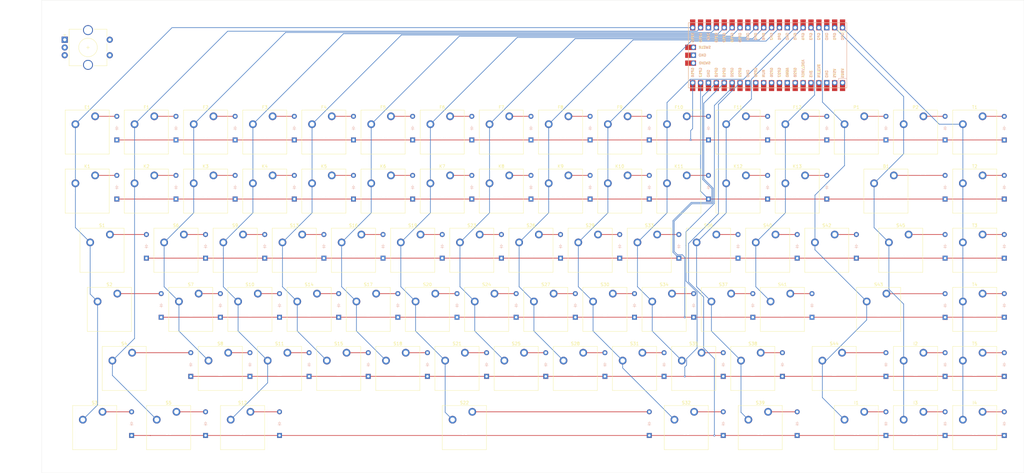
<source format=kicad_pcb>
(kicad_pcb (version 20240108) (generator "pcbnew") (generator_version "8.0")
  (title_block (title "Neurx Keyboard PCB") (company "github.com/neursh") (comment 1 "Footprint: github.com/joe-scotto/scottokeebs") (comment 2 "Plate: builder.swillkb.com") (comment 3 "Layout: keyboard-layout-editor.com"))
  (layers (0 "F.Cu" signal) (31 "B.Cu" signal) (34 "B.Paste" user) (35 "F.Paste" user) (36 "B.SilkS" user "B.Silkscreen") (37 "F.SilkS" user "F.Silkscreen") (38 "B.Mask" user) (39 "F.Mask" user) (44 "Edge.Cuts" user))
  (net 0 "")
  (net 1 "Net-(D1-A)")
  (net 2 "Net-(D2-A)")
  (net 3 "Net-(D3-A)")
  (net 4 "Net-(D4-A)")
  (net 5 "Net-(D5-A)")
  (net 6 "Net-(D6-A)")
  (net 7 "Net-(D7-A)")
  (net 8 "Net-(D8-A)")
  (net 9 "Net-(D9-A)")
  (net 31 "Net-(D10-A)")
  (net 32 "Net-(D11-A)")
  (net 33 "Net-(D12-A)")
  (net 34 "Net-(D13-A)")
  (net 35 "Net-(D14-A)")
  (net 36 "Net-(D15-A)")
  (net 37 "Net-(D16-A)")
  (net 38 "Net-(D17-A)")
  (net 39 "Net-(D18-A)")
  (net 40 "Net-(D19-A)")
  (net 41 "Net-(D20-A)")
  (net 42 "Net-(D21-A)")
  (net 43 "Net-(D22-A)")
  (net 44 "Net-(D23-A)")
  (net 45 "Net-(D24-A)")
  (net 46 "Net-(D25-A)")
  (net 47 "Net-(D26-A)")
  (net 48 "Net-(D27-A)")
  (net 49 "Net-(D28-A)")
  (net 50 "Net-(D29-A)")
  (net 51 "Net-(D30-A)")
  (net 52 "Net-(D31-A)")
  (net 53 "Net-(D32-A)")
  (net 54 "Net-(D33-A)")
  (net 55 "Net-(D34-A)")
  (net 56 "Net-(D35-A)")
  (net 57 "Net-(D36-A)")
  (net 58 "Net-(D37-A)")
  (net 59 "Net-(D38-A)")
  (net 60 "Net-(D39-A)")
  (net 61 "Net-(D40-A)")
  (net 62 "Net-(D41-A)")
  (net 63 "Net-(D42-A)")
  (net 64 "Net-(D43-A)")
  (net 65 "Net-(D44-A)")
  (net 66 "Net-(D45-A)")
  (net 67 "Net-(D46-A)")
  (net 68 "Net-(D47-A)")
  (net 69 "Net-(D48-A)")
  (net 70 "Net-(D49-A)")
  (net 71 "Net-(D50-A)")
  (net 72 "Net-(D51-A)")
  (net 73 "Net-(D52-A)")
  (net 74 "Net-(D53-A)")
  (net 75 "Net-(D54-A)")
  (net 76 "Net-(D55-A)")
  (net 77 "Net-(D56-A)")
  (net 78 "Net-(D57-A)")
  (net 79 "Net-(D58-A)")
  (net 80 "Net-(D59-A)")
  (net 81 "Net-(D60-A)")
  (net 82 "Net-(D61-A)")
  (net 83 "Net-(D62-A)")
  (net 84 "Net-(D63-A)")
  (net 85 "Net-(D64-A)")
  (net 86 "Net-(D65-A)")
  (net 87 "Net-(D66-A)")
  (net 88 "Net-(D67-A)")
  (net 89 "Net-(D69-A)")
  (net 90 "Net-(D70-A)")
  (net 91 "Net-(D71-A)")
  (net 92 "Net-(D72-A)")
  (net 93 "Net-(D73-A)")
  (net 94 "Net-(D74-A)")
  (net 95 "Net-(D75-A)")
  (net 96 "Net-(D76-A)")
  (net 97 "Row 0")
  (net 98 "Row 1")
  (net 99 "Row 2")
  (net 100 "Row 3")
  (net 101 "Row 4")
  (net 102 "Row 5")
  (net 103 "Col 0")
  (net 104 "Col 1")
  (net 105 "Col 2")
  (net 106 "Col 3")
  (net 107 "Col 4")
  (net 108 "Col 5")
  (net 109 "Col 6")
  (net 110 "Col 7")
  (net 111 "Col 8")
  (net 112 "Col 9")
  (net 113 "Col 10")
  (net 114 "Col 11")
  (net 115 "Col 12")
  (net 116 "Col 13")
  (net 117 "Col 14")
  (net 118 "Net-(D77-A)")
  (net 119 "Net-(D78-A)")
  (net 120 "Net-(D79-A)")
  (net 121 "Net-(D80-A)")
  (net 122 "Net-(D81-A)")
  (net 123 "Net-(D82-A)")
  (net 124 "Net-(D83-A)")
  (net 125 "Col 15")
  (net 126 "Net-(D68-A)")
  (footprint "ScottoKeebs_MX:MX_PCB_1.75u" (layer "F.Cu") (at 82.57525 165.2335)
    (property "Reference" "S2")
    (property "Value" "Keyswitch")
  )
  (footprint "ScottoKeebs_MX:MX_PCB_1.00u" (layer "F.Cu") (at 94.4815 127.1335)
    (property "Reference" "K2")
    (property "Value" "Keyswitch")
  )
  (footprint "ScottoKeebs_MX:MX_PCB_2.00u" (layer "F.Cu") (at 332.6065 127.1335)
    (property "Reference" "B1")
    (property "Value" "Keyswitch")
  )
  (footprint "ScottoKeebs_MX:MX_PCB_1.00u" (layer "F.Cu") (at 75.4315 108.0835)
    (property "Reference" "E1")
    (property "Value" "Keyswitch")
  )
  (footprint "ScottoKeebs_MX:MX_PCB_1.00u" (layer "F.Cu") (at 137.344 184.2835)
    (property "Reference" "S11")
    (property "Value" "Keyswitch")
  )
  (footprint "ScottoKeebs_MX:MX_PCB_1.00u" (layer "F.Cu") (at 227.8315 108.0835)
    (property "Reference" "F8")
    (property "Value" "Keyswitch")
  )
  (footprint "ScottoKeebs_MX:MX_PCB_1.00u" (layer "F.Cu") (at 275.4565 146.1835)
    (property "Reference" "S36")
    (property "Value" "Keyswitch")
  )
  (footprint "ScottoKeebs_MX:MX_PCB_1.00u" (layer "F.Cu") (at 132.5815 127.1335)
    (property "Reference" "K4")
    (property "Value" "Keyswitch")
  )
  (footprint "ScottoKeebs_MX:MX_PCB_1.00u" (layer "F.Cu") (at 165.919 165.2335)
    (property "Reference" "S17")
    (property "Value" "Keyswitch")
  )
  (footprint "ScottoKeebs_MX:MX_PCB_1.00u" (layer "F.Cu") (at 204.019 165.2335)
    (property "Reference" "S24")
    (property "Value" "Keyswitch")
  )
  (footprint "ScottoKeebs_MX:MX_PCB_1.25u" (layer "F.Cu") (at 125.43775 203.3335)
    (property "Reference" "S12")
    (property "Value" "Keyswitch")
  )
  (footprint "ScottoKeebs_MX:MX_PCB_1.00u" (layer "F.Cu") (at 127.819 165.2335)
    (property "Reference" "S10")
    (property "Value" "Keyswitch")
  )
  (footprint "ScottoKeebs_Stabilizer:Stabilizer_MX_2.00u" (layer "F.Cu") (at 330.22525 165.2335)
    (property "Reference" "REF**" (hide yes))
    (property "Value" "Stabilizer_MX_2.00u")
  )
  (footprint "ScottoKeebs_Stabilizer:Stabilizer_MX_2.00u" (layer "F.Cu") (at 332.6065 127.1335)
    (property "Reference" "REF**" (hide yes))
    (property "Value" "Stabilizer_MX_2.00u")
  )
  (footprint "ScottoKeebs_MX:MX_PCB_6.25u" (layer "F.Cu") (at 196.87525 203.3335)
    (property "Reference" "S22")
    (property "Value" "Keyswitch")
  )
  (footprint "ScottoKeebs_MX:MX_PCB_1.00u" (layer "F.Cu") (at 208.7815 108.0835)
    (property "Reference" "F7")
    (property "Value" "Keyswitch")
  )
  (footprint "ScottoKeebs_Stabilizer:Stabilizer_MX_2.00u" (layer "F.Cu") (at 87.33775 184.2835)
    (property "Reference" "REF**" (hide yes))
    (property "Value" "Stabilizer_MX_2.00u")
  )
  (footprint "ScottoKeebs_MX:MX_PCB_1.00u" (layer "F.Cu") (at 94.4815 108.0835)
    (property "Reference" "F1")
    (property "Value" "Keyswitch")
  )
  (footprint "ScottoKeebs_MX:MX_PCB_1.00u" (layer "F.Cu") (at 104.0065 146.1835)
    (property "Reference" "S6")
    (property "Value" "Keyswitch")
  )
  (footprint "ScottoKeebs_MX:MX_PCB_1.00u" (layer "F.Cu") (at 123.0565 146.1835)
    (property "Reference" "S9")
    (property "Value" "Keyswitch")
  )
  (footprint "ScottoKeebs_MX:MX_PCB_1.00u" (layer "F.Cu") (at 361.1815 146.1835)
    (property "Reference" "T3")
    (property "Value" "Keyswitch")
  )
  (footprint "ScottoKeebs_MX:MX_PCB_1.00u" (layer "F.Cu") (at 170.6815 127.1335)
    (property "Reference" "K6")
    (property "Value" "Keyswitch")
  )
  (footprint "ScottoKeebs_MX:MX_PCB_1.00u" (layer "F.Cu") (at 232.594 184.2835)
    (property "Reference" "S28")
    (property "Value" "Keyswitch")
  )
  (footprint "ScottoKeebs_MX:MX_PCB_1.00u" (layer "F.Cu") (at 184.969 165.2335)
    (property "Reference" "S20")
    (property "Value" "Keyswitch")
  )
  (footprint "ScottoKeebs_MX:MX_PCB_1.00u" (layer "F.Cu") (at 242.119 165.2335)
    (property "Reference" "S30")
    (property "Value" "Keyswitch")
  )
  (footprint "ScottoKeebs_MX:MX_PCB_1.00u" (layer "F.Cu") (at 113.5315 127.1335)
    (property "Reference" "K3")
    (property "Value" "Keyswitch")
  )
  (footprint "ScottoKeebs_MX:MX_PCB_1.00u" (layer "F.Cu") (at 256.4065 146.1835)
    (property "Reference" "S33")
    (property "Value" "Keyswitch")
  )
  (footprint "ScottoKeebs_MX:MX_PCB_1.00u" (layer "F.Cu") (at 361.1815 108.0835)
    (property "Reference" "T1")
    (property "Value" "Keyswitch")
  )
  (footprint "ScottoKeebs_MX:MX_PCB_1.75u" (layer "F.Cu") (at 315.93775 184.2835)
    (property "Reference" "S44")
    (property "Value" "Keyswitch")
  )
  (footprint "ScottoKeebs_MX:MX_PCB_1.00u" (layer "F.Cu") (at 246.8815 127.1335)
    (property "Reference" "K10")
    (property "Value" "Keyswitch")
  )
  (footprint "ScottoKeebs_MX:MX_PCB_1.00u" (layer "F.Cu") (at 280.219 165.2335)
    (property "Reference" "S37")
    (property "Value" "Keyswitch")
  )
  (footprint "ScottoKeebs_MX:MX_PCB_1.00u" (layer "F.Cu") (at 304.0315 127.1335)
    (property "Reference" "K13")
    (property "Value" "Keyswitch")
  )
  (footprint "ScottoKeebs_MX:MX_PCB_1.00u" (layer "F.Cu") (at 299.269 165.2335)
    (property "Reference" "S41")
    (property "Value" "Keyswitch")
  )
  (footprint "ScottoKeebs_MX:MX_PCB_1.25u" (layer "F.Cu") (at 101.62525 203.3335)
    (property "Reference" "S5")
    (property "Value" "Keyswitch")
  )
  (footprint "ScottoKeebs_MX:MX_PCB_1.00u" (layer "F.Cu") (at 180.2065 146.1835)
    (property "Reference" "S19")
    (property "Value" "Keyswitch")
  )
  (footprint "ScottoKeebs_MX:MX_PCB_1.00u" (layer "F.Cu") (at 156.394 184.2835)
    (property "Reference" "S15")
    (property "Value" "Keyswitch")
  )
  (footprint "ScottoKeebs_MX:MX_PCB_1.00u" (layer "F.Cu") (at 151.6315 108.0835)
    (property "Reference" "F4")
    (property "Value" "Keyswitch")
  )
  (footprint "ScottoKeebs_MX:MX_PCB_1.00u" (layer "F.Cu") (at 270.694 184.2835)
    (property "Reference" "S35")
    (property "Value" "Keyswitch")
  )
  (footprint "ScottoKeebs_MX:MX_PCB_1.00u" (layer "F.Cu") (at 213.544 184.2835)
    (property "Reference" "S25")
    (property "Value" "Keyswitch")
  )
  (footprint "ScottoKeebs_MX:MX_PCB_1.00u" (layer "F.Cu") (at 323.0815 108.0835)
    (property "Reference" "P1")
    (property "Value" "Keyswitch")
  )
  (footprint "ScottoKeebs_MX:MX_PCB_1.00u" (layer "F.Cu") (at 161.1565 146.1835)
    (property "Reference" "S16")
    (property "Value" "Keyswitch")
  )
  (footprint "ScottoKeebs_MX:MX_PCB_1.00u" (layer "F.Cu") (at 237.3565 146.1835)
    (property "Reference" "S29")
    (property "Value" "Keyswitch")
  )
  (footprint "ScottoKeebs_MX:MX_PCB_1.00u" (layer "F.Cu") (at 118.294 184.2835)
    (property "Reference" "S8")
    (property "Value" "Keyswitch")
  )
  (footprint "ScottoKeebs_MX:MX_PCB_1.00u" (layer "F.Cu") (at 151.6315 127.1335)
    (property "Reference" "K5")
    (property "Value" "Keyswitch")
  )
  (footprint "ScottoKeebs_MX:MX_PCB_1.00u" (layer "F.Cu") (at 208.7815 127.1335)
    (property "Reference" "K8")
    (property "Value" "Keyswitch")
  )
  (footprint "ScottoKeebs_MX:MX_PCB_1.00u" (layer "F.Cu") (at 323.0815 203.3335)
    (property "Reference" "I1")
    (property "Value" "Keyswitch")
  )
  (footprint "ScottoKeebs_MX:MX_PCB_1.00u" (layer "F.Cu") (at 361.1815 184.2835)
    (property "Reference" "T5")
    (property "Value" "Keyswitch")
  )
  (footprint "ScottoKeebs_MX:MX_PCB_1.00u" (layer "F.Cu") (at 261.169 165.2335)
    (property "Reference" "S34")
    (property "Value" "Keyswitch")
  )
  (footprint "ScottoKeebs_MX:MX_PCB_1.00u" (layer "F.Cu") (at 175.444 184.2835)
    (property "Reference" "S18")
    (property "Value" "Keyswitch")
  )
  (footprint "ScottoKeebs_MX:MX_PCB_1.00u" (layer "F.Cu") (at 199.2565 146.1835)
    (property "Reference" "S23")
    (property "Value" "Keyswitch")
  )
  (footprint "ScottoKeebs_MX:MX_PCB_1.00u" (layer "F.Cu") (at 113.5315 108.0835)
    (property "Reference" "F2")
    (property "Value" "Keyswitch")
  )
  (footprint "ScottoKeebs_MX:MX_PCB_1.00u" (layer "F.Cu") (at 284.9815 108.0835)
    (property "Reference" "F11")
    (property "Value" "Keyswitch")
  )
  (footprint "ScottoKeebs_MX:MX_PCB_1.00u" (layer "F.Cu") (at 313.5565 146.1835)
    (property "Reference" "S42")
    (property "Value" "Keyswitch")
  )
  (footprint "ScottoKeebs_MX:MX_PCB_1.00u" (layer "F.Cu") (at 265.9315 127.1335)
    (property "Reference" "K11")
    (property "Value" "Keyswitch")
  )
  (footprint "ScottoKeebs_MX:MX_PCB_1.00u" (layer "F.Cu") (at 223.069 165.2335)
    (property "Reference" "S27")
    (property "Value" "Keyswitch")
  )
  (footprint "ScottoKeebs_MX:MX_PCB_1.25u" (layer "F.Cu") (at 292.12525 203.3335)
    (property "Reference" "S39")
    (property "Value" "Keyswitch")
  )
  (footprint "ScottoKeebs_MX:MX_PCB_1.00u" (layer "F.Cu") (at 361.1815 203.3335)
    (property "Reference" "I4")
    (property "Value" "Keyswitch")
  )
  (footprint "ScottoKeebs_MX:MX_PCB_1.00u" (layer "F.Cu") (at 170.6815 108.0835)
    (property "Reference" "F5")
    (property "Value" "Keyswitch")
  )
  (footprint "ScottoKeebs_MX:MX_PCB_1.00u" (layer "F.Cu") (at 194.494 184.2835)
    (property "Reference" "S21")
    (property "Value" "Keyswitch")
  )
  (footprint "ScottoKeebs_MX:MX_PCB_1.00u" (layer "F.Cu") (at 361.1815 127.1335)
    (property "Reference" "T2")
    (property "Value" "Keyswitch")
  )
  (footprint "ScottoKeebs_MX:MX_PCB_1.00u" (layer "F.Cu") (at 342.1315 184.2835)
    (property "Reference" "I2")
    (property "Value" "Keyswitch")
  )
  (footprint "ScottoKeebs_MX:MX_PCB_1.00u" (layer "F.Cu") (at 132.5815 108.0835)
    (property "Reference" "F3")
    (property "Value" "Keyswitch")
  )
  (footprint "ScottoKeebs_MX:MX_PCB_1.00u" (layer "F.Cu") (at 361.1815 165.2335)
    (property "Reference" "T4")
    (property "Value" "Keyswitch")
  )
  (footprint "ScottoKeebs_MX:MX_PCB_1.00u" (layer "F.Cu") (at 108.769 165.2335)
    (property "Reference" "S7")
    (property "Value" "Keyswitch")
  )
  (footprint "ScottoKeebs_MX:MX_PCB_1.00u" (layer "F.Cu") (at 246.8815 108.0835)
    (property "Reference" "F9")
    (property "Value" "Keyswitch")
  )
  (footprint "ScottoKeebs_MX:MX_PCB_1.50u" (layer "F.Cu") (at 80.194 146.1835)
    (property "Reference" "S1")
    (property "Value" "Keyswitch")
  )
  (footprint "ScottoKeebs_MX:MX_PCB_1.00u" (layer "F.Cu") (at 218.3065 146.1835)
    (property "Reference" "S26")
    (property "Value" "Keyswitch")
  )
  (footprint "ScottoKeebs_MX:MX_PCB_1.00u" (layer "F.Cu") (at 227.8315 127.1335)
    (property "Reference" "K9")
    (property "Value" "Keyswitch")
  )
  (footprint "ScottoKeebs_MX:MX_PCB_1.00u" (layer "F.Cu") (at 294.5065 146.1835)
    (property "Reference" "S40")
    (property "Value" "Keyswitch")
  )
  (footprint "ScottoKeebs_MX:MX_PCB_1.00u" (layer "F.Cu") (at 342.1315 108.0835)
    (property "Reference" "P2")
    (property "Value" "Keyswitch")
  )
  (footprint "ScottoKeebs_MX:MX_PCB_2.25u" (layer "F.Cu") (at 87.33775 184.2835)
    (property "Reference" "S4")
    (property "Value" "Keyswitch")
  )
  (footprint "ScottoKeebs_MX:MX_PCB_1.00u" (layer "F.Cu") (at 342.1315 203.3335)
    (property "Reference" "I3")
    (property "Value" "Keyswitch")
  )
  (footprint "ScottoKeebs_MCU:Raspberry_Pi_Pico" (layer "F.Cu") (at 294.5065 83.3185 -90)
    (property "Reference" "U1" (hide yes))
    (property "Value" "Raspberry_Pi_Pico" (hide yes))
  )
  (footprint "ScottoKeebs_MX:MX_PCB_1.00u" (layer "F.Cu") (at 189.7315 108.0835)
    (property "Reference" "F6")
    (property "Value" "Keyswitch")
  )
  (footprint "ScottoKeebs_MX:MX_PCB_1.00u" (layer "F.Cu") (at 304.0315 108.0835)
    (property "Reference" "F12")
    (property "Value" "Keyswitch")
  )
  (footprint "ScottoKeebs_MX:MX_PCB_1.00u" (layer "F.Cu") (at 75.4315 127.1335)
    (property "Reference" "K1")
    (property "Value" "Keyswitch")
  )
  (footprint "ScottoKeebs_MX:MX_PCB_1.00u" (layer "F.Cu") (at 189.7315 127.1335)
    (property "Reference" "K7")
    (property "Value" "Keyswitch")
  )
  (footprint "ScottoKeebs_MX:MX_PCB_1.00u" (layer "F.Cu") (at 251.644 184.2835)
    (property "Reference" "S31")
    (property "Value" "Keyswitch")
  )
  (footprint "ScottoKeebs_MX:MX_PCB_2.25u" (layer "F.Cu") (at 330.22525 165.2335)
    (property "Reference" "S43")
    (property "Value" "Keyswitch")
  )
  (footprint "ScottoKeebs_MX:MX_PCB_1.00u" (layer "F.Cu") (at 146.869 165.2335)
    (property "Reference" "S14")
    (property "Value" "Keyswitch")
  )
  (footprint "ScottoKeebs_MX:MX_PCB_1.00u" (layer "F.Cu") (at 284.9815 127.1335)
    (property "Reference" "K12")
    (property "Value" "Keyswitch")
  )
  (footprint "ScottoKeebs_MX:MX_PCB_1.00u" (layer "F.Cu") (at 289.744 184.2835)
    (property "Reference" "S38")
    (property "Value" "Keyswitch")
  )
  (footprint "ScottoKeebs_MX:MX_PCB_1.25u" (layer "F.Cu") (at 77.81275 203.3335)
    (property "Reference" "S3")
    (property "Value" "Keyswitch")
  )
  (footprint "ScottoKeebs_MX:MX_PCB_1.00u" (layer "F.Cu") (at 142.1065 146.1835)
    (property "Reference" "S13")
    (property "Value" "Keyswitch")
  )
  (footprint "ScottoKeebs_MX:MX_PCB_1.00u" (layer "F.Cu") (at 265.9315 108.0835)
    (property "Reference" "F10")
    (property "Value" "Keyswitch")
  )
  (footprint "Rotary_Encoder:RotaryEncoder_Alps_EC11E-Switch_Vertical_H20mm_CircularMountingHoles" (layer "F.Cu") (at 68.1815 78.3185)
    (property "Reference" "REF**" (hide yes))
    (property "Value" "RotaryEncoder_Alps_EC11E-Switch_Vertical_H20mm_CircularMountingHoles")
  )
  (footprint "ScottoKeebs_MX:MX_PCB_1.25u" (layer "F.Cu") (at 268.31275 203.3335)
    (property "Reference" "S32")
    (property "Value" "Keyswitch")
  )
  (footprint "ScottoKeebs_MX:MX_PCB_1.50u" (layer "F.Cu") (at 337.369 146.1835)
    (property "Reference" "S45")
    (property "Value" "Keyswitch")
  )
  (footprint "ScottoKeebs_Components:Diode_DO-35" (layer "B.Cu") (at 275.4565 129.6735 90)
    (property "Reference" "D54" (hide yes))
    (property "Value" "Diode" (hide yes))
  )
  (footprint "ScottoKeebs_Components:Diode_DO-35" (layer "B.Cu") (at 113.5315 205.8735 90)
    (property "Reference" "D9" (hide yes))
    (property "Value" "Diode" (hide yes))
  )
  (footprint "ScottoKeebs_Components:Diode_DO-35" (layer "B.Cu") (at 232.594 167.7735 90)
    (property "Reference" "D45" (hide yes))
    (property "Value" "Diode" (hide yes))
  )
  (footprint "ScottoKeebs_Components:Diode_DO-35" (layer "B.Cu") (at 256.4065 205.8735 90)
    (property "Reference" "D36" (hide yes))
    (property "Value" "Diode" (hide yes))
  )
  (footprint "ScottoKeebs_Components:Diode_DO-35" (layer "B.Cu") (at 118.294 167.7735 90)
    (property "Reference" "D13" (hide yes))
    (property "Value" "Diode" (hide yes))
  )
  (footprint "ScottoKeebs_Components:Diode_DO-35" (layer "B.Cu") (at 289.744 167.7735 90)
    (property "Reference" "D61" (hide yes))
    (property "Value" "Diode" (hide yes))
  )
  (footprint "ScottoKeebs_Components:Diode_DO-35" (layer "B.Cu") (at 270.694 167.7735 90)
    (property "Reference" "D56" (hide yes))
    (property "Value" "Diode" (hide yes))
  )
  (footprint "ScottoKeebs_Components:Diode_DO-35" (layer "B.Cu") (at 199.2565 129.6735 90)
    (property "Reference" "D32" (hide yes))
    (property "Value" "Diode" (hide yes))
  )
  (footprint "ScottoKeebs_Components:Diode_DO-35" (layer "B.Cu") (at 104.0065 110.6235 90)
    (property "Reference" "D6" (hide yes))
    (property "Value" "Diode" (hide yes))
  )
  (footprint "ScottoKeebs_Components:Diode_DO-35" (layer "B.Cu") (at 284.9815 148.7235 90)
    (property "Reference" "D60" (hide yes))
    (property "Value" "Diode" (hide yes))
  )
  (footprint "ScottoKeebs_Components:Diode_DO-35" (layer "B.Cu") (at 370.7065 167.7685 90)
    (property "Reference" "D81" (hide yes))
    (property "Value" "Diode" (hide yes))
  )
  (footprint "ScottoKeebs_Components:Diode_DO-35" (layer "B.Cu") (at 146.869 186.8235 90)
    (property "Reference" "D19" (hide yes))
    (property "Value" "Diode" (hide yes))
  )
  (footprint "ScottoKeebs_Components:Diode_DO-35" (layer "B.Cu") (at 137.344 205.8735 90)
    (property "Reference" "D20" (hide yes))
    (property "Value" "Diode" (hide yes))
  )
  (footprint "ScottoKeebs_Components:Diode_DO-35" (layer "B.Cu") (at 294.5065 110.6235 90)
    (property "Reference" "D58" (hide yes))
    (property "Value" "Diode" (hide yes))
  )
  (footprint "ScottoKeebs_Components:Diode_DO-35" (layer "B.Cu") (at 351.6565 186.8285 90)
    (property "Reference" "D76" (hide yes))
    (property "Value" "Diode" (hide yes))
  )
  (footprint "ScottoKeebs_Components:Diode_DO-35" (layer "B.Cu") (at 104.0065 129.6735 90)
    (property "Reference" "D7" (hide yes))
    (property "Value" "Diode" (hide yes))
  )
  (footprint "ScottoKeebs_Components:Diode_DO-35" (layer "B.Cu") (at 94.4815 148.7235 90)
    (property "Reference" "D3" (hide yes))
    (property "Value" "Diode" (hide yes))
  )
  (footprint "ScottoKeebs_Components:Diode_DO-35" (layer "B.Cu") (at 351.6565 205.8735 90)
    (property "Reference" "D77" (hide yes))
    (property "Value" "Diode" (hide yes))
  )
  (footprint "ScottoKeebs_Components:Diode_DO-35" (layer "B.Cu") (at 351.6565 110.6235 90)
    (property "Reference" "D73" (hide yes))
    (property "Value" "Diode" (hide yes))
  )
  (footprint "ScottoKeebs_Components:Diode_DO-35" (layer "B.Cu") (at 261.169 186.8235 90)
    (property "Reference" "D51" (hide yes))
    (property "Value" "Diode" (hide yes))
  )
  (footprint "ScottoKeebs_Components:Diode_DO-35" (layer "B.Cu") (at 308.794 167.7735 90)
    (property "Reference" "D67" (hide yes))
    (property "Value" "Diode" (hide yes))
  )
  (footprint "ScottoKeebs_Components:Diode_DO-35" (layer "B.Cu") (at 370.7065 186.8285 90)
    (property "Reference" "D82" (hide yes))
    (property "Value" "Diode" (hide yes))
  )
  (footprint "ScottoKeebs_Components:Diode_DO-35" (layer "B.Cu") (at 142.1065 110.6235 90)
    (property "Reference" "D15" (hide yes))
    (property "Value" "Diode" (hide yes))
  )
  (footprint "ScottoKeebs_Components:Diode_DO-35" (layer "B.Cu") (at 265.9315 148.7235 90)
    (property "Reference" "D55" (hide yes))
    (property "Value" "Diode" (hide yes))
  )
  (footprint "ScottoKeebs_Components:Diode_DO-35" (layer "B.Cu") (at 242.119 186.8235 90)
    (property "Reference" "D46" (hide yes))
    (property "Value" "Diode" (hide yes))
  )
  (footprint "ScottoKeebs_Components:Diode_DO-35" (layer "B.Cu") (at 84.9565 129.6735 90)
    (property "Reference" "D2" (hide yes))
    (property "Value" "Diode" (hide yes))
  )
  (footprint "ScottoKeebs_Components:Diode_DO-35" (layer "B.Cu") (at 184.969 186.8235 90)
    (property "Reference" "D30" (hide yes))
    (property "Value" "Diode" (hide yes))
  )
  (footprint "ScottoKeebs_Components:Diode_DO-35" (layer "B.Cu") (at 108.7665 186.8235 90)
    (property "Reference" "D8" (hide yes))
    (property "Value" "Diode" (hide yes))
  )
  (footprint "ScottoKeebs_Components:Diode_DO-35" (layer "B.Cu") (at 127.819 186.8235 90)
    (property "Reference" "D14" (hide yes))
    (property "Value" "Diode" (hide yes))
  )
  (footprint "ScottoKeebs_Components:Diode_DO-35" (layer "B.Cu") (at 132.5815 148.7235 90)
    (property "Reference" "D17" (hide yes))
    (property "Value" "Diode" (hide yes))
  )
  (footprint "ScottoKeebs_Components:Diode_DO-35" (layer "B.Cu") (at 223.069 186.8235 90)
    (property "Reference" "D41" (hide yes))
    (property "Value" "Diode" (hide yes))
  )
  (footprint "ScottoKeebs_Components:Diode_DO-35" (layer "B.Cu") (at 199.2565 110.6235 90)
    (property "Reference" "D31" (hide yes))
    (property "Value" "Diode" (hide yes))
  )
  (footprint "ScottoKeebs_Components:Diode_DO-35" (layer "B.Cu") (at 180.2065 110.6235 90)
    (property "Reference" "D26" (hide yes))
    (property "Value" "Diode" (hide yes))
  )
  (footprint "ScottoKeebs_Components:Diode_DO-35" (layer "B.Cu") (at 123.0565 129.6735 90)
    (property "Reference" "D11" (hide yes))
    (property "Value" "Diode" (hide yes))
  )
  (footprint "ScottoKeebs_Components:Diode_DO-35" (layer "B.Cu") (at 370.7065 205.8785 90)
    (property "Reference" "D83" (hide yes))
    (property "Value" "Diode" (hide yes))
  )
  (footprint "ScottoKeebs_Components:Diode_DO-35" (layer "B.Cu") (at 218.3065 110.6235 90)
    (property "Reference" "D37" (hide yes))
    (property "Value" "Diode" (hide yes))
  )
  (footprint "ScottoKeebs_Components:Diode_DO-35" (layer "B.Cu") (at 370.7065 129.6685 90)
    (property "Reference" "D79" (hide yes))
    (property "Value" "Diode" (hide yes))
  )
  (footprint "ScottoKeebs_Components:Diode_DO-35" (layer "B.Cu") (at 99.244 167.7735 90)
    (property "Reference" "D4" (hide yes))
    (property "Value" "Diode" (hide yes))
  )
  (footprint "ScottoKeebs_Components:Diode_DO-35" (layer "B.Cu") (at 304.0315 148.7235 90)
    (property "Reference" "D66" (hide yes))
    (property "Value" "Diode" (hide yes))
  )
  (footprint "ScottoKeebs_Components:Diode_DO-35" (layer "B.Cu") (at 151.6315 148.7235 90)
    (property "Reference" "D23" (hide yes))
    (property "Value" "Diode" (hide yes))
  )
  (footprint "ScottoKeebs_Components:Diode_DO-35" (layer "B.Cu") (at 165.919 186.8235 90)
    (property "Reference" "D25" (hide yes))
    (property "Value" "Diode" (hide yes))
  )
  (footprint "ScottoKeebs_Components:Diode_DO-35" (layer "B.Cu") (at 237.3565 129.6735 90)
    (property "Reference" "D43" (hide yes))
    (property "Value" "Diode" (hide yes))
  )
  (footprint "ScottoKeebs_Components:Diode_DO-35" (layer "B.Cu") (at 351.6565 167.7985 90)
    (property "Reference" "D70" (hide yes))
    (property "Value" "Diode" (hide yes))
  )
  (footprint "ScottoKeebs_Components:Diode_DO-35" (layer "B.Cu") (at 299.269 186.8235 90)
    (property "Reference" "D62" (hide yes))
    (property "Value" "Diode" (hide yes))
  )
  (footprint "ScottoKeebs_Components:Diode_DO-35" (layer "B.Cu") (at 304.0265 205.8785 90)
    (property "Reference" "D63" (hide yes))
    (property "Value" "Diode" (hide yes))
  )
  (footprint "ScottoKeebs_Components:Diode_DO-35" (layer "B.Cu") (at 280.219 186.8235 90)
    (property "Reference" "D57" (hide yes))
    (property "Value" "Diode" (hide yes))
  )
  (footprint "ScottoKeebs_Components:Diode_DO-35" (layer "B.Cu") (at 256.4065 129.6735 90)
    (property "Reference" "D48" (hide yes))
    (property "Value" "Diode" (hide yes))
  )
  (footprint "ScottoKeebs_Components:Diode_DO-35" (layer "B.Cu") (at 246.8815 148.7235 90)
    (property "Reference" "D49" (hide yes))
    (property "Value" "Diode" (hide yes))
  )
  (footprint "ScottoKeebs_Components:Diode_DO-35" (layer "B.Cu") (at 323.0815 148.7235 90)
    (property "Reference" "D69" (hide yes))
    (property "Value" "Diode" (hide yes))
  )
  (footprint "ScottoKeebs_Components:Diode_DO-35" (layer "B.Cu") (at 194.494 167.7735 90)
    (property "Reference" "D34" (hide yes))
    (property "Value" "Diode" (hide yes))
  )
  (footprint "ScottoKeebs_Components:Diode_DO-35" (layer "B.Cu") (at 294.5065 129.6735 90)
    (property "Reference" "D59" (hide yes))
    (property "Value" "Diode" (hide yes))
  )
  (footprint "ScottoKeebs_Components:Diode_DO-35" (layer "B.Cu") (at 137.344 167.7735 90)
    (property "Reference" "D18" (hide yes))
    (property "Value" "Diode" (hide yes))
  )
  (footprint "ScottoKeebs_Components:Diode_DO-35" (layer "B.Cu") (at 175.444 167.7735 90)
    (property "Reference" "D29" (hide yes))
    (property "Value" "Diode" (hide yes))
  )
  (footprint "ScottoKeebs_Components:Diode_DO-35" (layer "B.Cu") (at 161.1565 110.6235 90)
    (property "Reference" "D21" (hide yes))
    (property "Value" "Diode" (hide yes))
  )
  (footprint "ScottoKeebs_Components:Diode_DO-35" (layer "B.Cu") (at 370.7065 110.6435 90)
    (property "Reference" "D78" (hide yes))
    (property "Value" "Diode" (hide yes))
  )
  (footprint "ScottoKeebs_Components:Diode_DO-35" (layer "B.Cu") (at 204.019 186.8235 90)
    (property "Reference" "D35" (hide yes))
    (property "Value" "Diode" (hide yes))
  )
  (footprint "ScottoKeebs_Components:Diode_DO-35" (layer "B.Cu") (at 351.6565 129.6735 90)
    (property "Reference" "D74" (hide yes))
    (property "Value" "Diode" (hide yes))
  )
  (footprint "ScottoKeebs_Components:Diode_DO-35" (layer "B.Cu") (at 123.0565 110.6235 90)
    (property "Reference" "D10" (hide yes))
    (property "Value" "Diode" (hide yes))
  )
  (footprint "ScottoKeebs_Components:Diode_DO-35" (layer "B.Cu") (at 161.1565 129.6735 90)
    (property "Reference" "D22" (hide yes))
    (property "Value" "Diode" (hide yes))
  )
  (footprint "ScottoKeebs_Components:Diode_DO-35" (layer "B.Cu") (at 370.7065 148.7285 90)
    (property "Reference" "D80" (hide yes))
    (property "Value" "Diode" (hide yes))
  )
  (footprint "ScottoKeebs_Components:Diode_DO-35" (layer "B.Cu") (at 89.719 205.8735 90)
    (property "Reference" "D5" (hide yes))
    (property "Value" "Diode" (hide yes))
  )
  (footprint "ScottoKeebs_Components:Diode_DO-35" (layer "B.Cu") (at 113.5315 148.7235 90)
    (property "Reference" "D12" (hide yes))
    (property "Value" "Diode" (hide yes))
  )
  (footprint "ScottoKeebs_Components:Diode_DO-35" (layer "B.Cu") (at 332.6065 186.8235 90)
    (property "Reference" "D71" (hide yes))
    (property "Value" "Diode" (hide yes))
  )
  (footprint "ScottoKeebs_Components:Diode_DO-35" (layer "B.Cu") (at 275.4565 110.6235 90)
    (property "Reference" "D53" (hide yes))
    (property "Value" "Diode" (hide yes))
  )
  (footprint "ScottoKeebs_Components:Diode_DO-35" (layer "B.Cu") (at 227.8315 148.7235 90)
    (property "Reference" "D44" (hide yes))
    (property "Value" "Diode" (hide yes))
  )
  (footprint "ScottoKeebs_Components:Diode_DO-35" (layer "B.Cu") (at 251.644 167.7735 90)
    (property "Reference" "D50" (hide yes))
    (property "Value" "Diode" (hide yes))
  )
  (footprint "ScottoKeebs_Components:Diode_DO-35" (layer "B.Cu") (at 332.6065 205.8735 90)
    (property "Reference" "D72" (hide yes))
    (property "Value" "Diode" (hide yes))
  )
  (footprint "ScottoKeebs_Components:Diode_DO-35" (layer "B.Cu") (at 332.6065 110.6235 90)
    (property "Reference" "D68" (hide yes))
    (property "Value" "Diode" (hide yes))
  )
  (footprint "ScottoKeebs_Components:Diode_DO-35" (layer "B.Cu") (at 170.6815 148.7235 90)
    (property "Reference" "D28" (hide yes))
    (property "Value" "Diode" (hide yes))
  )
  (footprint "ScottoKeebs_Components:Diode_DO-35" (layer "B.Cu") (at 280.2215 205.8685 90)
    (property "Reference" "D52" (hide yes))
    (property "Value" "Diode" (hide yes))
  )
  (footprint "ScottoKeebs_Components:Diode_DO-35" (layer "B.Cu") (at 213.544 167.7735 90)
    (property "Reference" "D40" (hide yes))
    (property "Value" "Diode" (hide yes))
  )
  (footprint "ScottoKeebs_Components:Diode_DO-35" (layer "B.Cu") (at 256.4065 110.6235 90)
    (property "Reference" "D47" (hide yes))
    (property "Value" "Diode" (hide yes))
  )
  (footprint "ScottoKeebs_Components:Diode_DO-35" (layer "B.Cu") (at 218.3065 129.6735 90)
    (property "Reference" "D38" (hide yes))
    (property "Value" "Diode" (hide yes))
  )
  (footprint "ScottoKeebs_Components:Diode_DO-35" (layer "B.Cu") (at 351.6565 148.7235 90)
    (property "Reference" "D75" (hide yes))
    (property "Value" "Diode" (hide yes))
  )
  (footprint "ScottoKeebs_Components:Diode_DO-35" (layer "B.Cu") (at 180.2065 129.6735 90)
    (property "Reference" "D27" (hide yes))
    (property "Value" "Diode" (hide yes))
  )
  (footprint "ScottoKeebs_Components:Diode_DO-35" (layer "B.Cu") (at 313.5565 129.6735 90)
    (property "Reference" "D65" (hide yes))
    (property "Value" "Diode" (hide yes))
  )
  (footprint "ScottoKeebs_Components:Diode_DO-35" (layer "B.Cu") (at 84.9565 110.6235 90)
    (property "Reference" "D1" (hide yes))
    (property "Value" "Diode" (hide yes))
  )
  (footprint "ScottoKeebs_Components:Diode_DO-35" (layer "B.Cu") (at 189.7315 148.7235 90)
    (property "Reference" "D33" (hide yes))
    (property "Value" "Diode" (hide yes))
  )
  (footprint "ScottoKeebs_Components:Diode_DO-35" (layer "B.Cu") (at 237.3565 110.6235 90)
    (property "Reference" "D42" (hide yes))
    (property "Value" "Diode" (hide yes))
  )
  (footprint "ScottoKeebs_Components:Diode_DO-35" (layer "B.Cu") (at 208.7815 148.7235 90)
    (property "Reference" "D39" (hide yes))
    (property "Value" "Diode" (hide yes))
  )
  (footprint "ScottoKeebs_Components:Diode_DO-35" (layer "B.Cu") (at 142.1065 129.6735 90)
    (property "Reference" "D16" (hide yes))
    (property "Value" "Diode" (hide yes))
  )
  (footprint "ScottoKeebs_Components:Diode_DO-35" (layer "B.Cu") (at 313.5565 110.6235 90)
    (property "Reference" "D64" (hide yes))
    (property "Value" "Diode" (hide yes))
  )
  (footprint "ScottoKeebs_Components:Diode_DO-35" (layer "B.Cu") (at 156.394 167.7735 90)
    (property "Reference" "D24" (hide yes))
    (property "Value" "Diode" (hide yes))
  )
  (gr_rect (start 60.8265 65.5385) (end 377.0565 217.9385) (stroke (width 0.05)) (fill none) (layer "Edge.Cuts"))
  (segment (start 77.9715 103.0035) (end 84.9565 103.0035) (width 0.2) (layer "F.Cu") (net 1))
  (segment (start 77.9715 122.0535) (end 84.9565 122.0535) (width 0.2) (layer "F.Cu") (net 2))
  (segment (start 82.734 141.1035) (end 94.4815 141.1035) (width 0.2) (layer "F.Cu") (net 3))
  (segment (start 85.11525 160.1535) (end 99.244 160.1535) (width 0.2) (layer "F.Cu") (net 4))
  (segment (start 80.35275 198.2535) (end 89.719 198.2535) (width 0.2) (layer "F.Cu") (net 5))
  (segment (start 97.0215 103.0035) (end 104.0065 103.0035) (width 0.2) (layer "F.Cu") (net 6))
  (segment (start 104.0065 122.0535) (end 97.0215 122.0535) (width 0.2) (layer "F.Cu") (net 7))
  (segment (start 89.87775 179.2035) (end 108.7665 179.2035) (width 0.2) (layer "F.Cu") (net 8))
  (segment (start 104.16525 198.2535) (end 113.5315 198.2535) (width 0.2) (layer "F.Cu") (net 9))
  (segment (start 116.0715 103.0035) (end 123.0565 103.0035) (width 0.2) (layer "F.Cu") (net 31))
  (segment (start 123.0565 122.0535) (end 116.0715 122.0535) (width 0.2) (layer "F.Cu") (net 32))
  (segment (start 106.5465 141.1035) (end 113.5315 141.1035) (width 0.2) (layer "F.Cu") (net 33))
  (segment (start 118.294 160.1535) (end 111.309 160.1535) (width 0.2) (layer "F.Cu") (net 34))
  (segment (start 120.834 179.2035) (end 127.819 179.2035) (width 0.2) (layer "F.Cu") (net 35))
  (segment (start 135.1215 103.0035) (end 142.1065 103.0035) (width 0.2) (layer "F.Cu") (net 36))
  (segment (start 142.1065 122.0535) (end 135.1215 122.0535) (width 0.2) (layer "F.Cu") (net 37))
  (segment (start 125.5965 141.1035) (end 132.5815 141.1035) (width 0.2) (layer "F.Cu") (net 38))
  (segment (start 137.344 160.1535) (end 130.359 160.1535) (width 0.2) (layer "F.Cu") (net 39))
  (segment (start 139.884 179.2035) (end 146.869 179.2035) (width 0.2) (layer "F.Cu") (net 40))
  (segment (start 127.97775 198.2535) (end 137.344 198.2535) (width 0.2) (layer "F.Cu") (net 41))
  (segment (start 161.1565 103.0035) (end 154.1715 103.0035) (width 0.2) (layer "F.Cu") (net 42))
  (segment (start 161.1565 122.0535) (end 154.1715 122.0535) (width 0.2) (layer "F.Cu") (net 43))
  (segment (start 144.6465 141.1035) (end 151.6315 141.1035) (width 0.2) (layer "F.Cu") (net 44))
  (segment (start 156.394 160.1535) (end 149.409 160.1535) (width 0.2) (layer "F.Cu") (net 45))
  (segment (start 158.934 179.2035) (end 165.919 179.2035) (width 0.2) (layer "F.Cu") (net 46))
  (segment (start 173.2215 103.0035) (end 180.2065 103.0035) (width 0.2) (layer "F.Cu") (net 47))
  (segment (start 173.2215 122.0535) (end 180.2065 122.0535) (width 0.2) (layer "F.Cu") (net 48))
  (segment (start 163.6965 141.1035) (end 170.6815 141.1035) (width 0.2) (layer "F.Cu") (net 49))
  (segment (start 175.444 160.1535) (end 168.459 160.1535) (width 0.2) (layer "F.Cu") (net 50))
  (segment (start 184.969 179.2035) (end 177.984 179.2035) (width 0.2) (layer "F.Cu") (net 51))
  (segment (start 192.2715 103.0035) (end 199.2565 103.0035) (width 0.2) (layer "F.Cu") (net 52))
  (segment (start 199.2565 122.0535) (end 192.2715 122.0535) (width 0.2) (layer "F.Cu") (net 53))
  (segment (start 182.7465 141.1035) (end 189.7315 141.1035) (width 0.2) (layer "F.Cu") (net 54))
  (segment (start 194.494 160.1535) (end 187.509 160.1535) (width 0.2) (layer "F.Cu") (net 55))
  (segment (start 197.034 179.2035) (end 204.019 179.2035) (width 0.2) (layer "F.Cu") (net 56))
  (segment (start 199.41525 198.2535) (end 256.4065 198.2535) (width 0.2) (layer "F.Cu") (net 57))
  (segment (start 211.3215 103.0035) (end 218.3065 103.0035) (width 0.2) (layer "F.Cu") (net 58))
  (segment (start 218.3065 122.0535) (end 211.3215 122.0535) (width 0.2) (layer "F.Cu") (net 59))
  (segment (start 201.7965 141.1035) (end 208.7815 141.1035) (width 0.2) (layer "F.Cu") (net 60))
  (segment (start 206.559 160.1535) (end 213.544 160.1535) (width 0.2) (layer "F.Cu") (net 61))
  (segment (start 216.084 179.2035) (end 223.069 179.2035) (width 0.2) (layer "F.Cu") (net 62))
  (segment (start 230.3715 103.0035) (end 237.3565 103.0035) (width 0.2) (layer "F.Cu") (net 63))
  (segment (start 237.3565 122.0535) (end 230.3715 122.0535) (width 0.2) (layer "F.Cu") (net 64))
  (segment (start 220.8465 141.1035) (end 227.8315 141.1035) (width 0.2) (layer "F.Cu") (net 65))
  (segment (start 232.594 160.1535) (end 225.609 160.1535) (width 0.2) (layer "F.Cu") (net 66))
  (segment (start 235.134 179.2035) (end 242.119 179.2035) (width 0.2) (layer "F.Cu") (net 67))
  (segment (start 249.4215 103.0035) (end 256.4065 103.0035) (width 0.2) (layer "F.Cu") (net 68))
  (segment (start 256.4065 122.0535) (end 249.4215 122.0535) (width 0.2) (layer "F.Cu") (net 69))
  (segment (start 239.8965 141.1035) (end 246.8815 141.1035) (width 0.2) (layer "F.Cu") (net 70))
  (segment (start 251.644 160.1535) (end 244.659 160.1535) (width 0.2) (layer "F.Cu") (net 71))
  (segment (start 254.184 179.2035) (end 261.169 179.2035) (width 0.2) (layer "F.Cu") (net 72))
  (segment (start 280.2165 198.2535) (end 280.2215 198.2485) (width 0.2) (layer "F.Cu") (net 73))
  (segment (start 270.85275 198.2535) (end 280.2165 198.2535) (width 0.2) (layer "F.Cu") (net 73))
  (segment (start 268.4715 103.0035) (end 275.4565 103.0035) (width 0.2) (layer "F.Cu") (net 74))
  (segment (start 268.4715 122.0535) (end 275.4565 122.0535) (width 0.2) (layer "F.Cu") (net 75))
  (segment (start 258.9465 141.1035) (end 265.9315 141.1035) (width 0.2) (layer "F.Cu") (net 76))
  (segment (start 270.694 160.1535) (end 263.709 160.1535) (width 0.2) (layer "F.Cu") (net 77))
  (segment (start 273.234 179.2035) (end 280.219 179.2035) (width 0.2) (layer "F.Cu") (net 78))
  (segment (start 287.5215 103.0035) (end 294.5065 103.0035) (width 0.2) (layer "F.Cu") (net 79))
  (segment (start 294.5065 122.0535) (end 287.5215 122.0535) (width 0.2) (layer "F.Cu") (net 80))
  (segment (start 277.9965 141.1035) (end 284.9815 141.1035) (width 0.2) (layer "F.Cu") (net 81))
  (segment (start 289.744 160.1535) (end 282.759 160.1535) (width 0.2) (layer "F.Cu") (net 82))
  (segment (start 292.284 179.2035) (end 299.269 179.2035) (width 0.2) (layer "F.Cu") (net 83))
  (segment (start 294.66525 198.2535) (end 304.0215 198.2535) (width 0.2) (layer "F.Cu") (net 84))
  (segment (start 304.0215 198.2535) (end 304.0265 198.2585) (width 0.2) (layer "F.Cu") (net 84))
  (segment (start 306.5715 103.0035) (end 313.5565 103.0035) (width 0.2) (layer "F.Cu") (net 85))
  (segment (start 313.5565 122.0535) (end 306.5715 122.0535) (width 0.2) (layer "F.Cu") (net 86))
  (segment (start 297.0465 141.1035) (end 304.0315 141.1035) (width 0.2) (layer "F.Cu") (net 87))
  (segment (start 308.794 160.1535) (end 301.809 160.1535) (width 0.2) (layer "F.Cu") (net 88))
  (segment (start 316.0965 141.1035) (end 323.0815 141.1035) (width 0.2) (layer "F.Cu") (net 89))
  (segment (start 351.6565 160.1785) (end 332.79025 160.1785) (width 0.2) (layer "F.Cu") (net 90))
  (segment (start 332.79025 160.1785) (end 332.76525 160.1535) (width 0.2) (layer "F.Cu") (net 90))
  (segment (start 318.47775 179.2035) (end 332.6065 179.2035) (width 0.2) (layer "F.Cu") (net 91))
  (segment (start 332.6065 198.2535) (end 325.6215 198.2535) (width 0.2) (layer "F.Cu") (net 92))
  (segment (start 344.6715 103.0035) (end 351.6565 103.0035) (width 0.2) (layer "F.Cu") (net 93))
  (segment (start 351.6565 122.0535) (end 335.1465 122.0535) (width 0.2) (layer "F.Cu") (net 94))
  (segment (start 339.909 141.1035) (end 351.6565 141.1035) (width 0.2) (layer "F.Cu") (net 95))
  (segment (start 351.6515 179.2035) (end 351.6565 179.2085) (width 0.2) (layer "F.Cu") (net 96))
  (segment (start 344.6715 179.2035) (end 351.6515 179.2035) (width 0.2) (layer "F.Cu") (net 96))
  (segment (start 269.7415 110.6235) (end 370.6865 110.6235) (width 0.2) (layer "F.Cu") (net 97))
  (segment (start 370.6865 110.6235) (end 370.7065 110.6435) (width 0.2) (layer "F.Cu") (net 97))
  (segment (start 84.9565 110.6235) (end 269.7415 110.6235) (width 0.2) (layer "F.Cu") (net 97))
  (via (at 269.7415 110.6235) (size 0.6) (drill 0.3) (layers "F.Cu" "B.Cu") (net 97))
  (segment (start 270.3765 92.2085) (end 270.3765 106.961902) (width 0.2) (layer "B.Cu") (net 97))
  (segment (start 270.3765 106.961902) (end 269.7415 107.596902) (width 0.2) (layer "B.Cu") (net 97))
  (segment (start 269.7415 107.596902) (end 269.7415 110.6235) (width 0.2) (layer "B.Cu") (net 97))
  (segment (start 275.283912 110.6235) (end 275.4565 110.6235) (width 0.2) (layer "B.Cu") (net 97))
  (segment (start 84.9615 129.6685) (end 84.9565 129.6735) (width 0.2) (layer "F.Cu") (net 98))
  (segment (start 370.7065 129.6685) (end 84.9615 129.6685) (width 0.2) (layer "F.Cu") (net 98))
  (segment (start 272.9165 127.1335) (end 275.4565 129.6735) (width 0.2) (layer "B.Cu") (net 98))
  (segment (start 272.9165 92.2085) (end 272.9165 127.1335) (width 0.2) (layer "B.Cu") (net 98))
  (segment (start 370.7015 148.7235) (end 370.7065 148.7285) (width 0.2) (layer "F.Cu") (net 99))
  (segment (start 94.4815 148.7235) (end 370.7015 148.7235) (width 0.2) (layer "F.Cu") (net 99))
  (segment (start 273.5515 123.3235) (end 276.5565 126.3285) (width 0.2) (layer "B.Cu") (net 99))
  (segment (start 269.9115 130.7735) (end 264.0265 136.6585) (width 0.2) (layer "B.Cu") (net 99))
  (segment (start 264.0265 146.8185) (end 265.9315 148.7235) (width 0.2) (layer "B.Cu") (net 99))
  (segment (start 264.0265 136.6585) (end 264.0265 146.8185) (width 0.2) (layer "B.Cu") (net 99))
  (segment (start 276.5565 130.7735) (end 269.9115 130.7735) (width 0.2) (layer "B.Cu") (net 99))
  (segment (start 273.5515 96.6535) (end 273.5515 123.3235) (width 0.2) (layer "B.Cu") (net 99))
  (segment (start 276.5565 126.3285) (end 276.5565 130.7735) (width 0.2) (layer "B.Cu") (net 99))
  (segment (start 277.9965 92.2085) (end 273.5515 96.6535) (width 0.2) (layer "B.Cu") (net 99))
  (segment (start 277.9965 92.2085) (end 277.3615 92.8435) (width 0.2) (layer "B.Cu") (net 99))
  (segment (start 267.8365 167.7685) (end 116.0665 167.7685) (width 0.2) (layer "F.Cu") (net 100))
  (segment (start 370.7065 167.7685) (end 267.8365 167.7685) (width 0.2) (layer "F.Cu") (net 100))
  (segment (start 116.0615 167.7735) (end 99.244 167.7735) (width 0.2) (layer "F.Cu") (net 100))
  (segment (start 116.0665 167.7685) (end 116.0615 167.7735) (width 0.2) (layer "F.Cu") (net 100))
  (via (at 267.8365 167.7685) (size 0.6) (drill 0.3) (layers "F.Cu" "B.Cu") (net 100))
  (segment (start 264.4265 136.824186) (end 264.4265 146.5835) (width 0.2) (layer "B.Cu") (net 100))
  (segment (start 276.9565 126.162814) (end 276.9565 130.939185) (width 0.2) (layer "B.Cu") (net 100))
  (segment (start 276.722185 131.1735) (end 270.077186 131.1735) (width 0.2) (layer "B.Cu") (net 100))
  (segment (start 276.9565 130.939185) (end 276.722185 131.1735) (width 0.2) (layer "B.Cu") (net 100))
  (segment (start 265.4665 147.6235) (end 267.0315 147.6235) (width 0.2) (layer "B.Cu") (net 100))
  (segment (start 267.8365 148.4285) (end 267.8365 167.7685) (width 0.2) (layer "B.Cu") (net 100))
  (segment (start 267.0315 147.6235) (end 267.8365 148.4285) (width 0.2) (layer "B.Cu") (net 100))
  (segment (start 273.9515 98.7935) (end 273.9515 123.157814) (width 0.2) (layer "B.Cu") (net 100))
  (segment (start 264.4265 146.5835) (end 265.4665 147.6235) (width 0.2) (layer "B.Cu") (net 100))
  (segment (start 280.5365 92.2085) (end 279.9015 92.2085) (width 0.2) (layer "B.Cu") (net 100))
  (segment (start 270.077186 131.1735) (end 264.4265 136.824186) (width 0.2) (layer "B.Cu") (net 100))
  (segment (start 280.5365 92.2085) (end 273.9515 98.7935) (width 0.2) (layer "B.Cu") (net 100))
  (segment (start 273.9515 123.157814) (end 276.9565 126.162814) (width 0.2) (layer "B.Cu") (net 100))
  (segment (start 370.7015 186.8235) (end 370.7065 186.8285) (width 0.2) (layer "F.Cu") (net 101))
  (segment (start 267.8365 186.8235) (end 370.7015 186.8235) (width 0.2) (layer "F.Cu") (net 101))
  (segment (start 108.7665 186.8235) (end 267.8365 186.8235) (width 0.2) (layer "F.Cu") (net 101))
  (via (at 267.8365 186.8235) (size 0.6) (drill 0.3) (layers "F.Cu" "B.Cu") (net 101))
  (segment (start 268.2365 156.140365) (end 271.794 159.697865) (width 0.2) (layer "B.Cu") (net 101))
  (segment (start 268.2365 144.619186) (end 268.2365 156.140365) (width 0.2) (layer "B.Cu") (net 101))
  (segment (start 268.2365 140.224871) (end 268.2365 144.619186) (width 0.2) (layer "B.Cu") (net 101))
  (segment (start 277.3615 131.099871) (end 268.2365 140.224871) (width 0.2) (layer "B.Cu") (net 101))
  (segment (start 267.8365 183.817598) (end 267.8365 186.8235) (width 0.2) (layer "B.Cu") (net 101))
  (segment (start 268.434 181.101468) (end 268.434 183.220098) (width 0.2) (layer "B.Cu") (net 101))
  (segment (start 283.0765 93.796) (end 277.3615 99.511) (width 0.2) (layer "B.Cu") (net 101))
  (segment (start 268.434 183.220098) (end 267.8365 183.817598) (width 0.2) (layer "B.Cu") (net 101))
  (segment (start 271.794 159.697865) (end 271.794 177.741468) (width 0.2) (layer "B.Cu") (net 101))
  (segment (start 271.794 177.741468) (end 268.434 181.101468) (width 0.2) (layer "B.Cu") (net 101))
  (segment (start 277.3615 99.511) (end 277.3615 131.099871) (width 0.2) (layer "B.Cu") (net 101))
  (segment (start 283.0765 92.2085) (end 283.0765 93.796) (width 0.2) (layer "B.Cu") (net 101))
  (segment (start 370.7065 205.8785) (end 277.3615 205.8785) (width 0.2) (layer "F.Cu") (net 102))
  (segment (start 277.3615 205.8785) (end 95.7565 205.8785) (width 0.2) (layer "F.Cu") (net 102))
  (segment (start 95.7565 205.8785) (end 95.7515 205.8735) (width 0.2) (layer "F.Cu") (net 102))
  (segment (start 95.7515 205.8735) (end 89.719 205.8735) (width 0.2) (layer "F.Cu") (net 102))
  (via (at 277.3615 205.8785) (size 0.6) (drill 0.3) (layers "F.Cu" "B.Cu") (net 102))
  (segment (start 273.914 177.691468) (end 277.3615 181.138968) (width 0.2) (layer "B.Cu") (net 102))
  (segment (start 285.6165 92.2085) (end 278.6765 99.1485) (width 0.2) (layer "B.Cu") (net 102))
  (segment (start 278.6765 99.1485) (end 278.6765 134.391) (width 0.2) (layer "B.Cu") (net 102))
  (segment (start 277.3615 181.138968) (end 277.3615 205.8785) (width 0.2) (layer "B.Cu") (net 102))
  (segment (start 269.055911 156.39409) (end 273.914 161.252179) (width 0.2) (layer "B.Cu") (net 102))
  (segment (start 278.6765 134.391) (end 269.055911 144.011589) (width 0.2) (layer "B.Cu") (net 102))
  (segment (start 269.055911 144.011589) (end 269.055911 156.39409) (width 0.2) (layer "B.Cu") (net 102))
  (segment (start 273.914 161.252179) (end 273.914 177.691468) (width 0.2) (layer "B.Cu") (net 102))
  (segment (start 76.384 160.31225) (end 78.76525 162.6935) (width 0.2) (layer "B.Cu") (net 103))
  (segment (start 78.76525 196.031) (end 74.00275 200.7935) (width 0.2) (layer "B.Cu") (net 103))
  (segment (start 71.6215 138.881) (end 76.384 143.6435) (width 0.2) (layer "B.Cu") (net 103))
  (segment (start 78.76525 162.6935) (end 78.76525 196.031) (width 0.2) (layer "B.Cu") (net 103))
  (segment (start 270.3765 74.4285) (end 102.7365 74.4285) (width 0.2) (layer "B.Cu") (net 103))
  (segment (start 102.7365 74.4285) (end 71.6215 105.5435) (width 0.2) (layer "B.Cu") (net 103))
  (segment (start 76.384 143.6435) (end 76.384 160.31225) (width 0.2) (layer "B.Cu") (net 103))
  (segment (start 71.6215 105.5435) (end 71.6215 124.5935) (width 0.2) (layer "B.Cu") (net 103))
  (segment (start 71.6215 124.5935) (end 71.6215 138.881) (width 0.2) (layer "B.Cu") (net 103))
  (segment (start 271.7665 75.5785) (end 120.6365 75.5785) (width 0.2) (layer "B.Cu") (net 104))
  (segment (start 90.6715 174.59975) (end 83.52775 181.7435) (width 0.2) (layer "B.Cu") (net 104))
  (segment (start 83.52775 186.506) (end 97.81525 200.7935) (width 0.2) (layer "B.Cu") (net 104))
  (segment (start 83.52775 181.7435) (end 83.52775 186.506) (width 0.2) (layer "B.Cu") (net 104))
  (segment (start 120.6365 75.5785) (end 90.6715 105.5435) (width 0.2) (layer "B.Cu") (net 104))
  (segment (start 272.9165 74.4285) (end 271.7665 75.5785) (width 0.2) (layer "B.Cu") (net 104))
  (segment (start 90.6715 105.5435) (end 90.6715 124.5935) (width 0.2) (layer "B.Cu") (net 104))
  (segment (start 90.6715 124.5935) (end 90.6715 174.59975) (width 0.2) (layer "B.Cu") (net 104))
  (segment (start 104.959 162.6935) (end 100.1965 157.931) (width 0.2) (layer "B.Cu") (net 105))
  (segment (start 109.7215 105.5435) (end 109.7215 124.5935) (width 0.2) (layer "B.Cu") (net 105))
  (segment (start 114.484 181.7435) (end 104.959 172.2185) (width 0.2) (layer "B.Cu") (net 105))
  (segment (start 109.7215 124.5935) (end 109.7215 134.1185) (width 0.2) (layer "B.Cu") (net 105))
  (segment (start 276.4465 75.9785) (end 139.2865 75.9785) (width 0.2) (layer "B.Cu") (net 105))
  (segment (start 109.7215 134.1185) (end 100.1965 143.6435) (width 0.2) (layer "B.Cu") (net 105))
  (segment (start 139.2865 75.9785) (end 109.7215 105.5435) (width 0.2) (layer "B.Cu") (net 105))
  (segment (start 277.9965 74.4285) (end 276.4465 75.9785) (width 0.2) (layer "B.Cu") (net 105))
  (segment (start 277.9965 74.4285) (end 277.9965 75.014846) (width 0.2) (layer "B.Cu") (net 105))
  (segment (start 100.1965 157.931) (end 100.1965 143.6435) (width 0.2) (layer "B.Cu") (net 105))
  (segment (start 104.959 172.2185) (end 104.959 162.6935) (width 0.2) (layer "B.Cu") (net 105))
  (segment (start 128.7715 134.1185) (end 128.7715 124.5935) (width 0.2) (layer "B.Cu") (net 106))
  (segment (start 119.2465 157.931) (end 119.2465 143.6435) (width 0.2) (layer "B.Cu") (net 106))
  (segment (start 121.62775 200.7935) (end 133.534 188.88725) (width 0.2) (layer "B.Cu") (net 106))
  (segment (start 278.5865 76.3785) (end 157.9365 76.3785) (width 0.2) (layer "B.Cu") (net 106))
  (segment (start 157.9365 76.3785) (end 128.7715 105.5435) (width 0.2) (layer "B.Cu") (net 106))
  (segment (start 133.534 181.7435) (end 124.009 172.2185) (width 0.2) (layer "B.Cu") (net 106))
  (segment (start 119.2465 143.6435) (end 128.7715 134.1185) (width 0.2) (layer "B.Cu") (net 106))
  (segment (start 280.5365 74.4285) (end 278.5865 76.3785) (width 0.2) (layer "B.Cu") (net 106))
  (segment (start 128.7715 124.5935) (end 128.7715 105.5435) (width 0.2) (layer "B.Cu") (net 106))
  (segment (start 124.009 172.2185) (end 124.009 162.6935) (width 0.2) (layer "B.Cu") (net 106))
  (segment (start 124.009 162.6935) (end 119.2465 157.931) (width 0.2) (layer "B.Cu") (net 106))
  (segment (start 133.534 188.88725) (end 133.534 181.7435) (width 0.2) (layer "B.Cu") (net 106))
  (segment (start 138.2965 143.6435) (end 138.2965 157.931) (width 0.2) (layer "B.Cu") (net 107))
  (segment (start 143.059 162.6935) (end 143.059 172.2185) (width 0.2) (layer "B.Cu") (net 107))
  (segment (start 283.0765 74.4285) (end 280.7265 76.7785) (width 0.2) (layer "B.Cu") (net 107))
  (segment (start 147.8215 134.1185) (end 138.2965 143.6435) (width 0.2) (layer "B.Cu") (net 107))
  (segment (start 143.059 172.2185) (end 152.584 181.7435) (width 0.2) (layer "B.Cu") (net 107))
  (segment (start 176.5865 76.7785) (end 147.8215 105.5435) (width 0.2) (layer "B.Cu") (net 107))
  (segment (start 147.8215 124.5935) (end 147.8215 105.5435) (width 0.2) (layer "B.Cu") (net 107))
  (segment (start 280.7265 76.7785) (end 176.5865 76.7785) (width 0.2) (layer "B.Cu") (net 107))
  (segment (start 138.2965 157.931) (end 143.059 162.6935) (width 0.2) (layer "B.Cu") (net 107))
  (segment (start 147.8215 124.5935) (end 147.8215 134.1185) (width 0.2) (layer "B.Cu") (net 107))
  (segment (start 166.8715 124.5935) (end 166.8715 134.1185) (width 0.2) (layer "B.Cu") (net 108))
  (segment (start 162.109 162.6935) (end 162.109 172.2185) (width 0.2) (layer "B.Cu") (net 108))
  (segment (start 166.8715 105.5435) (end 166.8715 124.5935) (width 0.2) (layer "B.Cu") (net 108))
  (segment (start 157.3465 143.6435) (end 157.3465 157.931) (width 0.2) (layer "B.Cu") (net 108))
  (segment (start 166.8715 134.1185) (end 157.3465 143.6435) (width 0.2) (layer "B.Cu") (net 108))
  (segment (start 157.3465 157.931) (end 162.109 162.6935) (width 0.2) (layer "B.Cu") (net 108))
  (segment (start 162.109 172.2185) (end 171.634 181.7435) (width 0.2) (layer "B.Cu") (net 108))
  (segment (start 195.2365 77.1785) (end 166.8715 105.5435) (width 0.2) (layer "B.Cu") (net 108))
  (segment (start 282.8665 77.1785) (end 195.2365 77.1785) (width 0.2) (layer "B.Cu") (net 108))
  (segment (start 285.6165 74.4285) (end 282.8665 77.1785) (width 0.2) (layer "B.Cu") (net 108))
  (segment (start 176.3965 157.931) (end 176.3965 143.6435) (width 0.2) (layer "B.Cu") (net 109))
  (segment (start 185.9215 134.1185) (end 176.3965 143.6435) (width 0.2) (layer "B.Cu") (net 109))
  (segment (start 181.159 162.6935) (end 181.159 172.2185) (width 0.2) (layer "B.Cu") (net 109))
  (segment (start 181.159 172.2185) (end 190.684 181.7435) (width 0.2) (layer "B.Cu") (net 109))
  (segment (start 185.9215 105.5435) (end 185.9215 124.5935) (width 0.2) (layer "B.Cu") (net 109))
  (segment (start 190.684 181.7435) (end 190.684 198.41225) (width 0.2) (layer "B.Cu") (net 109))
  (segment (start 213.8865 77.5785) (end 185.9215 105.5435) (width 0.2) (layer "B.Cu") (net 109))
  (segment (start 190.684 198.41225) (end 193.06525 200.7935) (width 0.2) (layer "B.Cu") (net 109))
  (segment (start 176.3965 143.6435) (end 177.0315 143.0085) (width 0.2) (layer "B.Cu") (net 109))
  (segment (start 290.6965 74.4285) (end 287.5465 77.5785) (width 0.2) (layer "B.Cu") (net 109))
  (segment (start 185.9215 124.5935) (end 185.9215 134.1185) (width 0.2) (layer "B.Cu") (net 109))
  (segment (start 181.159 162.6935) (end 176.3965 157.931) (width 0.2) (layer "B.Cu") (net 109))
  (segment (start 287.5465 77.5785) (end 213.8865 77.5785) (width 0.2) (layer "B.Cu") (net 109))
  (segment (start 200.209 172.2185) (end 209.734 181.7435) (width 0.2) (layer "B.Cu") (net 110))
  (segment (start 195.4465 157.931) (end 200.209 162.6935) (width 0.2) (layer "B.Cu") (net 110))
  (segment (start 204.9715 105.5435) (end 204.9715 124.5935) (width 0.2) (layer "B.Cu") (net 110))
  (segment (start 195.4465 143.6435) (end 195.4465 157.931) (width 0.2) (layer "B.Cu") (net 110))
  (segment (start 200.209 162.6935) (end 200.209 172.2185) (width 0.2) (layer "B.Cu") (net 110))
  (segment (start 289.6865 77.9785) (end 232.5365 77.9785) (width 0.2) (layer "B.Cu") (net 110))
  (segment (start 232.5365 77.9785) (end 204.9715 105.5435) (width 0.2) (layer "B.Cu") (net 110))
  (segment (start 204.9715 124.5935) (end 204.9715 134.1185) (width 0.2) (layer "B.Cu") (net 110))
  (segment (start 293.2365 74.4285) (end 289.6865 77.9785) (width 0.2) (layer "B.Cu") (net 110))
  (segment (start 204.9715 134.1185) (end 195.4465 143.6435) (width 0.2) (layer "B.Cu") (net 110))
  (segment (start 224.0215 105.5435) (end 224.0215 124.5935) (width 0.2) (layer "B.Cu") (net 111))
  (segment (start 291.8265 78.3785) (end 251.1865 78.3785) (width 0.2) (layer "B.Cu") (net 111))
  (segment (start 219.259 172.2185) (end 228.784 181.7435) (width 0.2) (layer "B.Cu") (net 111))
  (segment (start 295.7765 74.4285) (end 291.8265 78.3785) (width 0.2) (layer "B.Cu") (net 111))
  (segment (start 224.0215 124.5935) (end 224.0215 134.1185) (width 0.2) (layer "B.Cu") (net 111))
  (segment (start 214.4965 143.6435) (end 214.4965 157.931) (width 0.2) (layer "B.Cu") (net 111))
  (segment (start 251.1865 78.3785) (end 224.0215 105.5435) (width 0.2) (layer "B.Cu") (net 111))
  (segment (start 224.0215 134.1185) (end 214.4965 143.6435) (width 0.2) (layer "B.Cu") (net 111))
  (segment (start 214.4965 157.931) (end 219.259 162.6935) (width 0.2) (layer "B.Cu") (net 111))
  (segment (start 219.259 162.6935) (end 219.259 172.2185) (width 0.2) (layer "B.Cu") (net 111))
  (segment (start 298.3165 74.4285) (end 293.9665 78.7785) (width 0.2) (layer "B.Cu") (net 112))
  (segment (start 293.9665 78.7785) (end 269.8365 78.7785) (width 0.2) (layer "B.Cu") (net 112))
  (segment (start 269.8365 78.7785) (end 243.0715 105.5435) (width 0.2) (layer "B.Cu") (net 112))
  (segment (start 243.0715 124.5935) (end 243.0715 134.1185) (width 0.2) (layer "B.Cu") (net 112))
  (segment (start 233.5465 143.6435) (end 233.5465 157.931) (width 0.2) (layer "B.Cu") (net 112))
  (segment (start 247.834 184.12475) (end 264.50275 200.7935) (width 0.2) (layer "B.Cu") (net 112))
  (segment (start 247.834 181.7435) (end 247.834 184.12475) (width 0.2) (layer "B.Cu") (net 112))
  (segment (start 233.5465 157.931) (end 238.309 162.6935) (width 0.2) (layer "B.Cu") (net 112))
  (segment (start 238.309 172.2185) (end 247.834 181.7435) (width 0.2) (layer "B.Cu") (net 112))
  (segment (start 243.0715 134.1185) (end 233.5465 143.6435) (width 0.2) (layer "B.Cu") (net 112))
  (segment (start 243.0715 105.5435) (end 243.0715 124.5935) (width 0.2) (layer "B.Cu") (net 112))
  (segment (start 238.309 162.6935) (end 238.309 172.2185) (width 0.2) (layer "B.Cu") (net 112))
  (segment (start 257.359 172.2185) (end 266.884 181.7435) (width 0.2) (layer "B.Cu") (net 113))
  (segment (start 269.6215 91.0585) (end 262.1215 98.5585) (width 0.2) (layer "B.Cu") (net 113))
  (segment (start 257.359 162.6935) (end 257.359 172.2185) (width 0.2) (layer "B.Cu") (net 113))
  (segment (start 252.5965 143.6435) (end 252.5965 157.931) (width 0.2) (layer "B.Cu") (net 113))
  (segment (start 262.1215 105.5435) (end 262.1215 124.5935) (width 0.2) (layer "B.Cu") (net 113))
  (segment (start 262.1215 124.5935) (end 262.1215 134.1185) (width 0.2) (layer "B.Cu") (net 113))
  (segment (start 252.5965 157.931) (end 257.359 162.6935) (width 0.2) (layer "B.Cu") (net 113))
  (segment (start 262.1215 98.5585) (end 262.1215 105.5435) (width 0.2) (layer "B.Cu") (net 113))
  (segment (start 286.7665 91.0585) (end 269.6215 91.0585) (width 0.2) (layer "B.Cu") (net 113))
  (segment (start 303.3965 74.4285) (end 286.7665 91.0585) (width 0.2) (layer "B.Cu") (net 113))
  (segment (start 262.1215 134.1185) (end 252.5965 143.6435) (width 0.2) (layer "B.Cu") (net 113))
  (segment (start 271.6465 143.6435) (end 271.6465 157.931) (width 0.2) (layer "B.Cu") (net 114))
  (segment (start 276.409 162.6935) (end 276.409 172.2185) (width 0.2) (layer "B.Cu") (net 114))
  (segment (start 285.934 181.7435) (end 285.934 198.41225) (width 0.2) (layer "B.Cu") (net 114))
  (segment (start 289.3065 91.0585) (end 289.3065 97.4085) (width 0.2) (layer "B.Cu") (net 114))
  (segment (start 281.1715 134.1185) (end 271.6465 143.6435) (width 0.2) (layer "B.Cu") (net 114))
  (segment (start 281.1715 124.5935) (end 281.1715 134.1185) (width 0.2) (layer "B.Cu") (net 114))
  (segment (start 271.6465 157.931) (end 276.409 162.6935) (width 0.2) (layer "B.Cu") (net 114))
  (segment (start 281.1715 105.5435) (end 281.1715 124.5935) (width 0.2) (layer "B.Cu") (net 114))
  (segment (start 305.9365 74.4285) (end 289.3065 91.0585) (width 0.2) (layer "B.Cu") (net 114))
  (segment (start 276.409 172.2185) (end 285.934 181.7435) (width 0.2) (layer "B.Cu") (net 114))
  (segment (start 285.934 198.41225) (end 288.31525 200.7935) (width 0.2) (layer "B.Cu") (net 114))
  (segment (start 289.3065 97.4085) (end 281.1715 105.5435) (width 0.2) (layer "B.Cu") (net 114))
  (segment (start 308.4765 74.4285) (end 309.6265 75.5785) (width 0.2) (layer "B.Cu") (net 115))
  (segment (start 300.2215 105.5435) (end 300.2215 124.5935) (width 0.2) (layer "B.Cu") (net 115))
  (segment (start 290.6965 143.6435) (end 291.3315 143.0085) (width 0.2) (layer "B.Cu") (net 115))
  (segment (start 290.6965 157.931) (end 295.459 162.6935) (width 0.2) (layer "B.Cu") (net 115))
  (segment (start 300.2215 124.5935) (end 300.2215 134.1185) (width 0.2) (layer "B.Cu") (net 115))
  (segment (start 309.6265 96.1385) (end 300.2215 105.5435) (width 0.2) (layer "B.Cu") (net 115))
  (segment (start 300.2215 134.1185) (end 290.6965 143.6435) (width 0.2) (layer "B.Cu") (net 115))
  (segment (start 309.6265 75.5785) (end 309.6265 96.1385) (width 0.2) (layer "B.Cu") (net 115))
  (segment (start 290.6965 143.6435) (end 290.6965 157.931) (width 0.2) (layer "B.Cu") (net 115))
  (segment (start 309.7465 143.6435) (end 309.7465 146.02475) (width 0.2) (layer "B.Cu") (net 116))
  (segment (start 312.12775 181.7435) (end 312.12775 193.64975) (width 0.2) (layer "B.Cu") (net 116))
  (segment (start 312.1665 75.5785) (end 312.1665 98.4385) (width 0.2) (layer "B.Cu") (net 116))
  (segment (start 319.2715 105.5435) (end 319.2715 118.895264) (width 0.2) (layer "B.Cu") (net 116))
  (segment (start 326.41525 168.645275) (end 313.317025 181.7435) (width 0.2) (layer "B.Cu") (net 116))
  (segment (start 312.1665 98.4385) (end 319.2715 105.5435) (width 0.2) (layer "B.Cu") (net 116))
  (segment (start 312.12775 193.64975) (end 319.2715 200.7935) (width 0.2) (layer "B.Cu") (net 116))
  (segment (start 326.41525 162.6935) (end 326.41525 168.645275) (width 0.2) (layer "B.Cu") (net 116))
  (segment (start 311.0165 74.4285) (end 312.1665 75.5785) (width 0.2) (layer "B.Cu") (net 116))
  (segment (start 309.7465 146.02475) (end 326.41525 162.6935) (width 0.2) (layer "B.Cu") (net 116))
  (segment (start 319.2715 118.895264) (end 309.7465 128.420264) (width 0.2) (layer "B.Cu") (net 116))
  (segment (start 309.7465 128.420264) (end 309.7465 143.6435) (width 0.2) (layer "B.Cu") (net 116))
  (segment (start 313.317025 181.7435) (end 312.12775 181.7435) (width 0.2) (layer "B.Cu") (net 116))
  (segment (start 333.559 143.6435) (end 333.559 158.755218) (width 0.2) (layer "B.Cu") (net 117))
  (segment (start 338.3215 181.7435) (end 338.3215 200.7935) (width 0.2) (layer "B.Cu") (net 117))
  (segment (start 328.7965 124.5935) (end 328.7965 138.881) (width 0.2) (layer "B.Cu") (net 117))
  (segment (start 338.3215 163.517718) (end 338.3215 181.7435) (width 0.2) (layer "B.Cu") (net 117))
  (segment (start 333.559 158.755218) (end 338.3215 163.517718) (width 0.2) (layer "B.Cu") (net 117))
  (segment (start 328.7965 138.881) (end 333.559 143.6435) (width 0.2) (layer "B.Cu") (net 117))
  (segment (start 316.0965 74.4285) (end 338.3215 96.6535) (width 0.2) (layer "B.Cu") (net 117))
  (segment (start 338.3215 96.6535) (end 338.3215 105.5435) (width 0.2) (layer "B.Cu") (net 117))
  (segment (start 338.3215 115.0685) (end 328.7965 124.5935) (width 0.2) (layer "B.Cu") (net 117))
  (segment (start 338.3215 105.5435) (end 338.3215 115.0685) (width 0.2) (layer "B.Cu") (net 117))
  (segment (start 351.6565 198.2535) (end 344.6715 198.2535) (width 0.2) (layer "F.Cu") (net 118))
  (segment (start 363.7215 103.0035) (end 370.6865 103.0035) (width 0.2) (layer "F.Cu") (net 119))
  (segment (start 370.6865 103.0035) (end 370.7065 103.0235) (width 0.2) (layer "F.Cu") (net 119))
  (segment (start 370.7065 122.0485) (end 363.7265 122.0485) (width 0.2) (layer "F.Cu") (net 120))
  (segment (start 363.7265 122.0485) (end 363.7215 122.0535) (width 0.2) (layer "F.Cu") (net 120))
  (segment (start 363.7215 141.1035) (end 370.7015 141.1035) (width 0.2) (layer "F.Cu") (net 121))
  (segment (start 370.7015 141.1035) (end 370.7065 141.1085) (width 0.2) (layer "F.Cu") (net 121))
  (segment (start 363.7265 160.1485) (end 363.7215 160.1535) (width 0.2) (layer "F.Cu") (net 122))
  (segment (start 370.7065 160.1485) (end 363.7265 160.1485) (width 0.2) (layer "F.Cu") (net 122))
  (segment (start 363.7265 179.2085) (end 363.7215 179.2035) (width 0.2) (layer "F.Cu") (net 123))
  (segment (start 370.7065 179.2085) (end 363.7265 179.2085) (width 0.2) (layer "F.Cu") (net 123))
  (segment (start 370.7065 198.2585) (end 363.7265 198.2585) (width 0.2) (layer "F.Cu") (net 124))
  (segment (start 363.7265 198.2585) (end 363.7215 198.2535) (width 0.2) (layer "F.Cu") (net 124))
  (segment (start 318.6365 74.4285) (end 349.7515 105.5435) (width 0.2) (layer "B.Cu") (net 125))
  (segment (start 349.7515 105.5435) (end 357.3715 105.5435) (width 0.2) (layer "B.Cu") (net 125))
  (segment (start 357.3715 105.5435) (end 357.3715 200.7935) (width 0.2) (layer "B.Cu") (net 125))
  (segment (start 325.6215 103.0035) (end 332.6065 103.0035) (width 0.2) (layer "F.Cu") (net 126))
)
</source>
